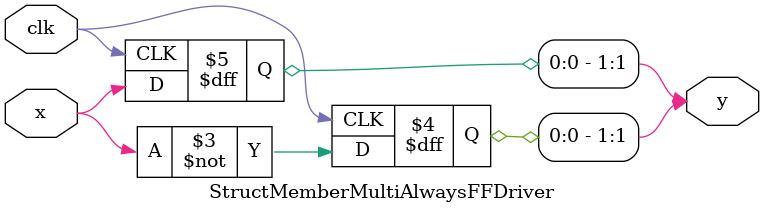
<source format=sv>

typedef struct packed {
  logic a;
  logic b;
} packed_s_t;

module StructMemberMultiAlwaysFFDriver(
  input logic clk,
  input logic x,
  output packed_s_t y
);
  always_ff @(posedge clk) y.a <= x;
  always_ff @(posedge clk) y.a <= ~x;
endmodule

// ERR: error: variable 'y' driven by always_ff procedure

</source>
